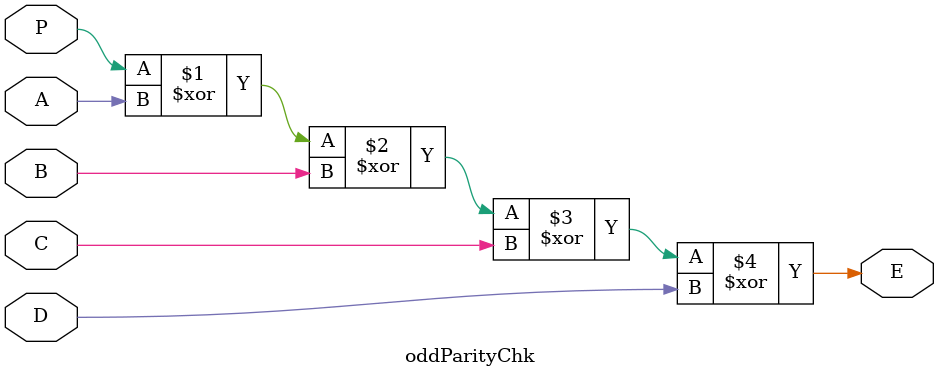
<source format=v>
`timescale 1ns / 1ps

module oddParityChk(
    input A, B, C, D, P,
    output E
);
    
    assign E = P ^ A ^ B ^ C ^ D;

endmodule
</source>
